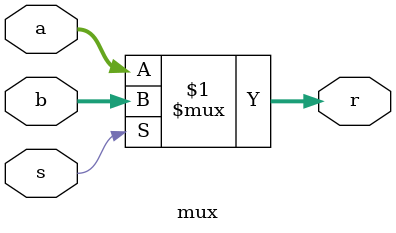
<source format=v>
`timescale 1ns / 1ps
module mux(
		input[3:0]a, //4 Î»ÊäÈë a
		input[3:0]b, //4 Î»ÊäÈë b
		input s, //1 Î»ÊäÈë£¬µ± s=0 Ê± r µÄÖµµÈÓÚ a£¬s=1 Ê± r µÄÖµµÈÓÚ b
		output[3:0] r//4 Î»Êä³ö£¬ÏàÓ¦Î»µÄÖµÓÉ abs µÄÖµÈ·¶¨
			) ;
	assign r = s?b:a ;

endmodule

</source>
